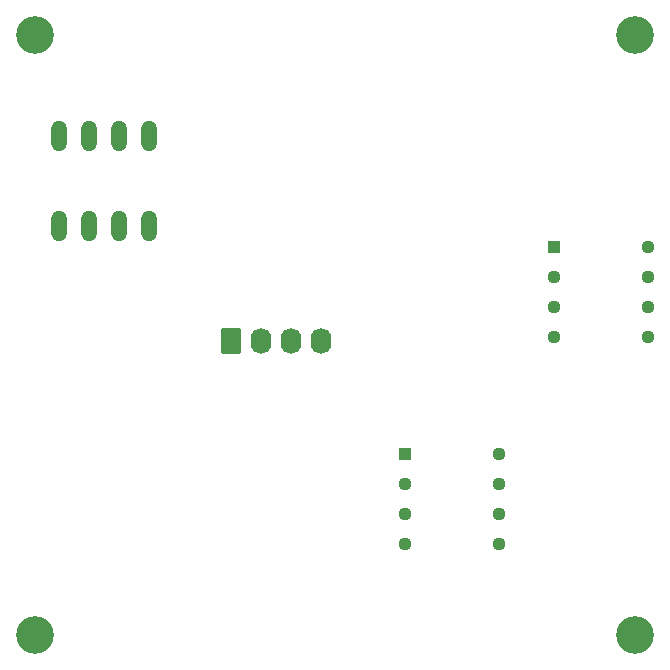
<source format=gbr>
%TF.GenerationSoftware,KiCad,Pcbnew,(6.0.1)*%
%TF.CreationDate,2022-03-08T01:46:33-06:00*%
%TF.ProjectId,senior_design,73656e69-6f72-45f6-9465-7369676e2e6b,rev?*%
%TF.SameCoordinates,Original*%
%TF.FileFunction,Soldermask,Bot*%
%TF.FilePolarity,Negative*%
%FSLAX46Y46*%
G04 Gerber Fmt 4.6, Leading zero omitted, Abs format (unit mm)*
G04 Created by KiCad (PCBNEW (6.0.1)) date 2022-03-08 01:46:33*
%MOMM*%
%LPD*%
G01*
G04 APERTURE LIST*
G04 Aperture macros list*
%AMRoundRect*
0 Rectangle with rounded corners*
0 $1 Rounding radius*
0 $2 $3 $4 $5 $6 $7 $8 $9 X,Y pos of 4 corners*
0 Add a 4 corners polygon primitive as box body*
4,1,4,$2,$3,$4,$5,$6,$7,$8,$9,$2,$3,0*
0 Add four circle primitives for the rounded corners*
1,1,$1+$1,$2,$3*
1,1,$1+$1,$4,$5*
1,1,$1+$1,$6,$7*
1,1,$1+$1,$8,$9*
0 Add four rect primitives between the rounded corners*
20,1,$1+$1,$2,$3,$4,$5,0*
20,1,$1+$1,$4,$5,$6,$7,0*
20,1,$1+$1,$6,$7,$8,$9,0*
20,1,$1+$1,$8,$9,$2,$3,0*%
G04 Aperture macros list end*
%ADD10C,3.200000*%
%ADD11R,1.130000X1.130000*%
%ADD12C,1.130000*%
%ADD13O,1.320800X2.641600*%
%ADD14RoundRect,0.250000X-0.620000X-0.845000X0.620000X-0.845000X0.620000X0.845000X-0.620000X0.845000X0*%
%ADD15O,1.740000X2.190000*%
G04 APERTURE END LIST*
D10*
%TO.C,H4*%
X148590000Y-55880000D03*
%TD*%
%TO.C,H3*%
X148590000Y-106680000D03*
%TD*%
%TO.C,H2*%
X97790000Y-106680000D03*
%TD*%
%TO.C,H1*%
X97790000Y-55880000D03*
%TD*%
D11*
%TO.C,U11*%
X141731995Y-73787000D03*
D12*
X141731995Y-76327000D03*
X141731995Y-78867000D03*
X141731995Y-81407000D03*
X149671995Y-81407000D03*
X149671995Y-78867000D03*
X149671995Y-76327000D03*
X149671995Y-73787000D03*
%TD*%
D11*
%TO.C,U7*%
X129126000Y-91313000D03*
D12*
X129126000Y-93853000D03*
X129126000Y-96393000D03*
X129126000Y-98933000D03*
X137066000Y-98933000D03*
X137066000Y-96393000D03*
X137066000Y-93853000D03*
X137066000Y-91313000D03*
%TD*%
D13*
%TO.C,U3*%
X99822000Y-72009000D03*
X102362000Y-72009000D03*
X102362000Y-64389000D03*
X99822000Y-64389000D03*
X104902000Y-72009000D03*
X107442000Y-72009000D03*
X104902000Y-64389000D03*
X107442000Y-64389000D03*
%TD*%
D14*
%TO.C,J1*%
X114427000Y-81788000D03*
D15*
X116967000Y-81788000D03*
X119507000Y-81788000D03*
X122047000Y-81788000D03*
%TD*%
M02*

</source>
